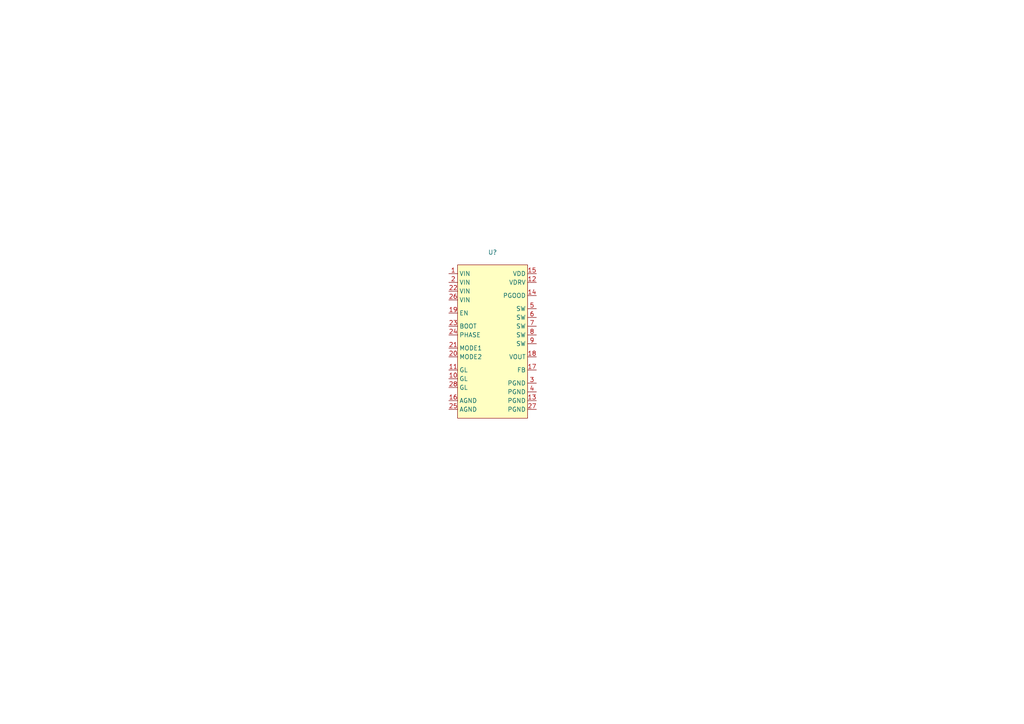
<source format=kicad_sch>
(kicad_sch (version 20211123) (generator eeschema)
  (paper "A4")
  (lib_symbols
    (symbol "Voltage_Regulators_Switching:SIC438B"
      (property "Reference" "U" (at 0 5.08 0))
      (property "Value" "SIC438B" (at 0 2.54 0))
      (symbol "SIC438B_0_1"
        (rectangle (start -10.16 1.27) (end 10.16 -43.18) (stroke (width 0.1524)) (fill (type background)))
      )
      (symbol "SIC438B_1_1"
        (pin power_in line (at -12.7 -1.27 0) (length 2.54) (name "VIN") (number "1"))
        (pin input line (at -12.7 -31.75 0) (length 2.54) (name "GL") (number "10"))
        (pin input line (at -12.7 -29.21 0) (length 2.54) (name "GL") (number "11"))
        (pin input line (at 12.7 -3.81 180) (length 2.54) (name "VDRV") (number "12"))
        (pin power_in line (at 12.7 -38.1 180) (length 2.54) (name "PGND") (number "13"))
        (pin input line (at 12.7 -7.62 180) (length 2.54) (name "PGOOD") (number "14"))
        (pin input line (at 12.7 -1.27 180) (length 2.54) (name "VDD") (number "15"))
        (pin power_in line (at -12.7 -38.1 0) (length 2.54) (name "AGND") (number "16"))
        (pin input line (at 12.7 -29.21 180) (length 2.54) (name "FB") (number "17"))
        (pin input line (at 12.7 -25.4 180) (length 2.54) (name "VOUT") (number "18"))
        (pin input line (at -12.7 -12.7 0) (length 2.54) (name "EN") (number "19"))
        (pin power_in line (at -12.7 -3.81 0) (length 2.54) (name "VIN") (number "2"))
        (pin input line (at -12.7 -25.4 0) (length 2.54) (name "MODE2") (number "20"))
        (pin input line (at -12.7 -22.86 0) (length 2.54) (name "MODE1") (number "21"))
        (pin power_in line (at -12.7 -6.35 0) (length 2.54) (name "VIN") (number "22"))
        (pin input line (at -12.7 -16.51 0) (length 2.54) (name "BOOT") (number "23"))
        (pin input line (at -12.7 -19.05 0) (length 2.54) (name "PHASE") (number "24"))
        (pin power_in line (at -12.7 -40.64 0) (length 2.54) (name "AGND") (number "25"))
        (pin power_in line (at -12.7 -8.89 0) (length 2.54) (name "VIN") (number "26"))
        (pin power_in line (at 12.7 -40.64 180) (length 2.54) (name "PGND") (number "27"))
        (pin input line (at -12.7 -34.29 0) (length 2.54) (name "GL") (number "28"))
        (pin power_in line (at 12.7 -33.02 180) (length 2.54) (name "PGND") (number "3"))
        (pin power_in line (at 12.7 -35.56 180) (length 2.54) (name "PGND") (number "4"))
        (pin input line (at 12.7 -11.43 180) (length 2.54) (name "SW") (number "5"))
        (pin input line (at 12.7 -13.97 180) (length 2.54) (name "SW") (number "6"))
        (pin input line (at 12.7 -16.51 180) (length 2.54) (name "SW") (number "7"))
        (pin input line (at 12.7 -19.05 180) (length 2.54) (name "SW") (number "8"))
        (pin input line (at 12.7 -21.59 180) (length 2.54) (name "SW") (number "9"))
      )
    )
  )
  (symbol (lib_id "Voltage_Regulators_Switching:SIC438B") (at 142.875 78.105 0) (unit 1)
    (property "Reference" "U?" (at 142.875 73.186 0))
  )
)
</source>
